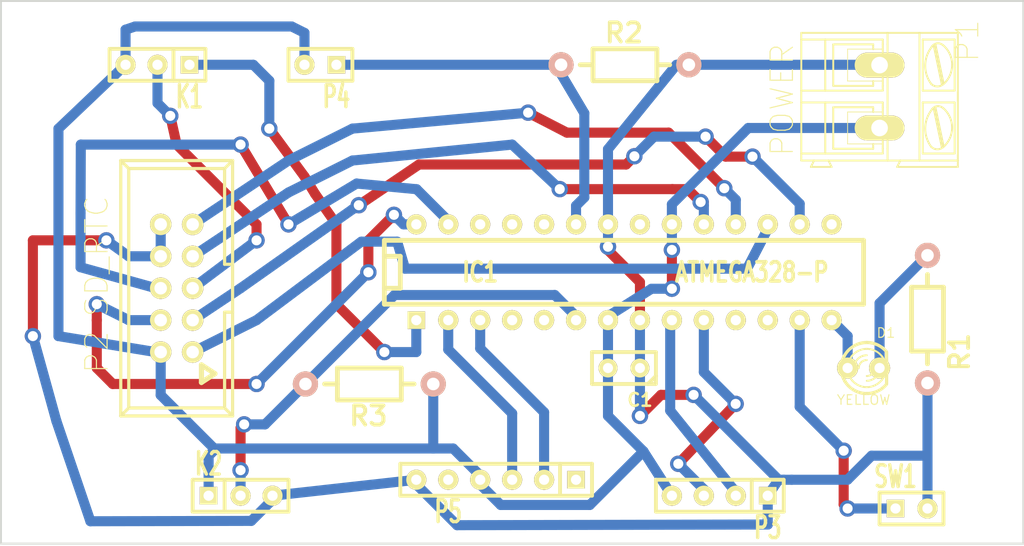
<source format=kicad_pcb>
(kicad_pcb (version 4) (host pcbnew "(2014-07-02 BZR 4969)-product")

  (general
    (links 40)
    (no_connects 0)
    (area 97.714999 102.794999 179.145001 146.546774)
    (thickness 1.6)
    (drawings 4)
    (tracks 225)
    (zones 0)
    (modules 14)
    (nets 31)
  )

  (page A4)
  (layers
    (0 F.Cu signal)
    (31 B.Cu signal)
    (33 F.Adhes user)
    (35 F.Paste user)
    (37 F.SilkS user)
    (39 F.Mask user)
    (40 Dwgs.User user)
    (41 Cmts.User user)
    (42 Eco1.User user)
    (43 Eco2.User user)
    (44 Edge.Cuts user)
    (45 Margin user)
  )

  (setup
    (last_trace_width 0.254)
    (trace_clearance 0.254)
    (zone_clearance 0.508)
    (zone_45_only no)
    (trace_min 0.254)
    (segment_width 0.2)
    (edge_width 0.15)
    (via_size 1.3)
    (via_drill 0.8)
    (via_min_size 0.889)
    (via_min_drill 0.508)
    (uvia_size 1.3)
    (uvia_drill 0.8)
    (uvias_allowed no)
    (uvia_min_size 0.508)
    (uvia_min_drill 0.127)
    (pcb_text_width 0.3)
    (pcb_text_size 1 1)
    (mod_edge_width 0.15)
    (mod_text_size 1 1)
    (mod_text_width 0.15)
    (pad_size 1.597 1.597)
    (pad_drill 0.8128)
    (pad_to_mask_clearance 0)
    (aux_axis_origin 0 0)
    (visible_elements FFFFFFFF)
    (pcbplotparams
      (layerselection 0x03020_80000001)
      (usegerberextensions true)
      (excludeedgelayer true)
      (linewidth 0.100000)
      (plotframeref false)
      (viasonmask false)
      (mode 1)
      (useauxorigin false)
      (hpglpennumber 1)
      (hpglpenspeed 20)
      (hpglpendiameter 15)
      (hpglpenoverlay 2)
      (psnegative false)
      (psa4output false)
      (plotreference true)
      (plotvalue true)
      (plotinvisibletext false)
      (padsonsilk false)
      (subtractmaskfromsilk false)
      (outputformat 1)
      (mirror false)
      (drillshape 0)
      (scaleselection 1)
      (outputdirectory plot/))
  )

  (net 0 "")
  (net 1 GND)
  (net 2 VCC)
  (net 3 "Net-(D1-Pad1)")
  (net 4 "Net-(D1-Pad2)")
  (net 5 /TX-BT)
  (net 6 /RX-BT)
  (net 7 "Net-(IC1-Pad4)")
  (net 8 "Net-(IC1-Pad5)")
  (net 9 /DHT22)
  (net 10 /RELAY1)
  (net 11 /RELAY2)
  (net 12 "Net-(IC1-Pad11)")
  (net 13 "Net-(IC1-Pad12)")
  (net 14 "Net-(IC1-Pad13)")
  (net 15 "Net-(IC1-Pad15)")
  (net 16 /SS-SD)
  (net 17 /MOSI-SD)
  (net 18 /MISO-SD)
  (net 19 /SCK-SD)
  (net 20 "Net-(IC1-Pad21)")
  (net 21 /LDR)
  (net 22 "Net-(IC1-Pad24)")
  (net 23 "Net-(IC1-Pad25)")
  (net 24 "Net-(IC1-Pad26)")
  (net 25 /SDA-RTC)
  (net 26 /SCL-RTC)
  (net 27 /RST)
  (net 28 "Net-(K1-Pad2)")
  (net 29 "Net-(P5-Pad1)")
  (net 30 "Net-(P5-Pad5)")

  (net_class Default "This is the default net class."
    (clearance 0.254)
    (trace_width 0.254)
    (via_dia 1.3)
    (via_drill 0.8)
    (uvia_dia 1.3)
    (uvia_drill 0.8)
  )

  (net_class custom ""
    (clearance 0.4)
    (trace_width 0.8)
    (via_dia 1.3)
    (via_drill 0.8)
    (uvia_dia 1.3)
    (uvia_drill 0.8)
    (add_net /DHT22)
    (add_net /LDR)
    (add_net /MISO-SD)
    (add_net /MOSI-SD)
    (add_net /RELAY1)
    (add_net /RELAY2)
    (add_net /RST)
    (add_net /RX-BT)
    (add_net /SCK-SD)
    (add_net /SCL-RTC)
    (add_net /SDA-RTC)
    (add_net /SS-SD)
    (add_net /TX-BT)
    (add_net GND)
    (add_net "Net-(D1-Pad1)")
    (add_net "Net-(D1-Pad2)")
    (add_net "Net-(IC1-Pad11)")
    (add_net "Net-(IC1-Pad12)")
    (add_net "Net-(IC1-Pad13)")
    (add_net "Net-(IC1-Pad15)")
    (add_net "Net-(IC1-Pad21)")
    (add_net "Net-(IC1-Pad24)")
    (add_net "Net-(IC1-Pad25)")
    (add_net "Net-(IC1-Pad26)")
    (add_net "Net-(IC1-Pad4)")
    (add_net "Net-(IC1-Pad5)")
    (add_net "Net-(K1-Pad2)")
    (add_net "Net-(P5-Pad1)")
    (add_net "Net-(P5-Pad5)")
    (add_net VCC)
  )

  (module Capacitors_ThroughHole:Capacitor3MMDiscRM2.5 (layer F.Cu) (tedit 53B76397) (tstamp 53B75F34)
    (at 147.32 132.08 180)
    (descr Capacitor3MMDiscRM2.5)
    (tags C)
    (path /53B4ACE7)
    (fp_text reference C1 (at -1.27 -2.54 180) (layer F.SilkS)
      (effects (font (size 1.016 1.016) (thickness 0.2032)))
    )
    (fp_text value C (at 1.27 -2.54 180) (layer F.SilkS) hide
      (effects (font (size 1.016 1.016) (thickness 0.2032)))
    )
    (fp_line (start -2.4892 -1.27) (end 2.54 -1.27) (layer F.SilkS) (width 0.3048))
    (fp_line (start 2.54 -1.27) (end 2.54 1.27) (layer F.SilkS) (width 0.3048))
    (fp_line (start 2.54 1.27) (end -2.54 1.27) (layer F.SilkS) (width 0.3048))
    (fp_line (start -2.54 1.27) (end -2.54 -1.27) (layer F.SilkS) (width 0.3048))
    (fp_line (start -2.54 -0.635) (end -1.905 -1.27) (layer F.SilkS) (width 0.3048))
    (pad 1 thru_hole circle (at -1.27 0 180) (size 1.50114 1.50114) (drill 0.8001) (layers *.Cu *.Mask F.SilkS)
      (net 1 GND))
    (pad 2 thru_hole circle (at 1.27 0 180) (size 1.50114 1.50114) (drill 0.8001) (layers *.Cu *.Mask F.SilkS)
      (net 2 VCC))
    (model discret/Capacitor/Capacitor3MMDiscRM2.5.wrl
      (at (xyz 0 0 0))
      (scale (xyz 1 1 1))
      (rotate (xyz 0 0 0))
    )
  )

  (module LEDs:LED-3MM (layer F.Cu) (tedit 53B75F1A) (tstamp 53B84616)
    (at 166.37 132.08)
    (descr "LED 3mm - Lead pitch 100mil (2,54mm)")
    (tags "LED led 3mm 3MM 100mil 2,54mm")
    (path /53B4B6FF)
    (fp_text reference D1 (at 1.778 -2.794) (layer F.SilkS)
      (effects (font (size 0.762 0.762) (thickness 0.0889)))
    )
    (fp_text value YELLOW (at 0 2.54) (layer F.SilkS)
      (effects (font (size 0.762 0.762) (thickness 0.0889)))
    )
    (fp_line (start 1.8288 1.27) (end 1.8288 -1.27) (layer F.SilkS) (width 0.254))
    (fp_arc (start 0.254 0) (end -1.27 0) (angle 39.8) (layer F.SilkS) (width 0.1524))
    (fp_arc (start 0.254 0) (end -0.88392 1.01092) (angle 41.6) (layer F.SilkS) (width 0.1524))
    (fp_arc (start 0.254 0) (end 1.4097 -0.9906) (angle 40.6) (layer F.SilkS) (width 0.1524))
    (fp_arc (start 0.254 0) (end 1.778 0) (angle 39.8) (layer F.SilkS) (width 0.1524))
    (fp_arc (start 0.254 0) (end 0.254 -1.524) (angle 54.4) (layer F.SilkS) (width 0.1524))
    (fp_arc (start 0.254 0) (end -0.9652 -0.9144) (angle 53.1) (layer F.SilkS) (width 0.1524))
    (fp_arc (start 0.254 0) (end 1.45542 0.93472) (angle 52.1) (layer F.SilkS) (width 0.1524))
    (fp_arc (start 0.254 0) (end 0.254 1.524) (angle 52.1) (layer F.SilkS) (width 0.1524))
    (fp_arc (start 0.254 0) (end -0.381 0) (angle 90) (layer F.SilkS) (width 0.1524))
    (fp_arc (start 0.254 0) (end -0.762 0) (angle 90) (layer F.SilkS) (width 0.1524))
    (fp_arc (start 0.254 0) (end 0.889 0) (angle 90) (layer F.SilkS) (width 0.1524))
    (fp_arc (start 0.254 0) (end 1.27 0) (angle 90) (layer F.SilkS) (width 0.1524))
    (fp_arc (start 0.254 0) (end 0.254 -2.032) (angle 50.1) (layer F.SilkS) (width 0.254))
    (fp_arc (start 0.254 0) (end -1.5367 -0.95504) (angle 61.9) (layer F.SilkS) (width 0.254))
    (fp_arc (start 0.254 0) (end 1.8034 1.31064) (angle 49.7) (layer F.SilkS) (width 0.254))
    (fp_arc (start 0.254 0) (end 0.254 2.032) (angle 60.2) (layer F.SilkS) (width 0.254))
    (fp_arc (start 0.254 0) (end -1.778 0) (angle 28.3) (layer F.SilkS) (width 0.254))
    (fp_arc (start 0.254 0) (end -1.47574 1.06426) (angle 31.6) (layer F.SilkS) (width 0.254))
    (pad 1 thru_hole circle (at -1.27 0) (size 1.6764 1.6764) (drill 0.8128) (layers *.Cu *.Mask F.SilkS)
      (net 3 "Net-(D1-Pad1)"))
    (pad 2 thru_hole circle (at 1.27 0) (size 1.6764 1.6764) (drill 0.8128) (layers *.Cu *.Mask F.SilkS)
      (net 4 "Net-(D1-Pad2)"))
    (model discret/leds/led3_vertical_verde.wrl
      (at (xyz 0 0 0))
      (scale (xyz 1 1 1))
      (rotate (xyz 0 0 0))
    )
  )

  (module Sockets_DIP:DIP-28__300 (layer F.Cu) (tedit 53B761F5) (tstamp 53B76425)
    (at 147.32 124.46)
    (descr "28 pins DIL package, round pads, width 300mil")
    (tags DIL)
    (path /53B4A8D6)
    (fp_text reference IC1 (at -11.43 0) (layer F.SilkS)
      (effects (font (size 1.524 1.143) (thickness 0.3048)))
    )
    (fp_text value ATMEGA328-P (at 10.16 0) (layer F.SilkS)
      (effects (font (size 1.524 1.143) (thickness 0.3048)))
    )
    (fp_line (start -19.05 -2.54) (end 19.05 -2.54) (layer F.SilkS) (width 0.381))
    (fp_line (start 19.05 -2.54) (end 19.05 2.54) (layer F.SilkS) (width 0.381))
    (fp_line (start 19.05 2.54) (end -19.05 2.54) (layer F.SilkS) (width 0.381))
    (fp_line (start -19.05 2.54) (end -19.05 -2.54) (layer F.SilkS) (width 0.381))
    (fp_line (start -19.05 -1.27) (end -17.78 -1.27) (layer F.SilkS) (width 0.381))
    (fp_line (start -17.78 -1.27) (end -17.78 1.27) (layer F.SilkS) (width 0.381))
    (fp_line (start -17.78 1.27) (end -19.05 1.27) (layer F.SilkS) (width 0.381))
    (pad 2 thru_hole circle (at -13.97 3.81) (size 1.597 1.597) (drill 0.8128) (layers *.Cu *.Mask F.SilkS)
      (net 5 /TX-BT))
    (pad 3 thru_hole circle (at -11.43 3.81) (size 1.597 1.597) (drill 0.8128) (layers *.Cu *.Mask F.SilkS)
      (net 6 /RX-BT))
    (pad 4 thru_hole circle (at -8.89 3.81) (size 1.597 1.597) (drill 0.8128) (layers *.Cu *.Mask F.SilkS)
      (net 7 "Net-(IC1-Pad4)"))
    (pad 5 thru_hole circle (at -6.35 3.81) (size 1.597 1.597) (drill 0.8128) (layers *.Cu *.Mask F.SilkS)
      (net 8 "Net-(IC1-Pad5)"))
    (pad 6 thru_hole circle (at -3.81 3.81) (size 1.597 1.597) (drill 0.8128) (layers *.Cu *.Mask F.SilkS)
      (net 9 /DHT22))
    (pad 7 thru_hole circle (at -1.27 3.81) (size 1.597 1.597) (drill 0.8128) (layers *.Cu *.Mask F.SilkS)
      (net 2 VCC))
    (pad 8 thru_hole circle (at 1.27 3.81) (size 1.597 1.597) (drill 0.8128) (layers *.Cu *.Mask F.SilkS)
      (net 1 GND))
    (pad 9 thru_hole circle (at 3.81 3.81) (size 1.597 1.597) (drill 0.8128) (layers *.Cu *.Mask F.SilkS)
      (net 10 /RELAY1))
    (pad 10 thru_hole circle (at 6.35 3.81) (size 1.597 1.597) (drill 0.8128) (layers *.Cu *.Mask F.SilkS)
      (net 11 /RELAY2))
    (pad 11 thru_hole circle (at 8.89 3.81) (size 1.597 1.597) (drill 0.8128) (layers *.Cu *.Mask F.SilkS)
      (net 12 "Net-(IC1-Pad11)"))
    (pad 12 thru_hole circle (at 11.43 3.81) (size 1.597 1.597) (drill 0.8128) (layers *.Cu *.Mask F.SilkS)
      (net 13 "Net-(IC1-Pad12)"))
    (pad 13 thru_hole circle (at 13.97 3.81) (size 1.597 1.597) (drill 0.8128) (layers *.Cu *.Mask F.SilkS)
      (net 14 "Net-(IC1-Pad13)"))
    (pad 14 thru_hole circle (at 16.51 3.81) (size 1.597 1.597) (drill 0.8128) (layers *.Cu *.Mask F.SilkS)
      (net 3 "Net-(D1-Pad1)"))
    (pad 1 thru_hole rect (at -16.51 3.81) (size 1.397 1.397) (drill 0.8128) (layers *.Cu *.Mask F.SilkS)
      (net 27 /RST))
    (pad 15 thru_hole circle (at 16.51 -3.81) (size 1.597 1.597) (drill 0.8128) (layers *.Cu *.Mask F.SilkS)
      (net 15 "Net-(IC1-Pad15)"))
    (pad 16 thru_hole circle (at 13.97 -3.81) (size 1.597 1.597) (drill 0.8128) (layers *.Cu *.Mask F.SilkS)
      (net 16 /SS-SD))
    (pad 17 thru_hole circle (at 11.43 -3.81) (size 1.597 1.597) (drill 0.8128) (layers *.Cu *.Mask F.SilkS)
      (net 17 /MOSI-SD))
    (pad 18 thru_hole circle (at 8.89 -3.81) (size 1.597 1.597) (drill 0.8128) (layers *.Cu *.Mask F.SilkS)
      (net 18 /MISO-SD))
    (pad 19 thru_hole circle (at 6.35 -3.81) (size 1.597 1.597) (drill 0.8128) (layers *.Cu *.Mask F.SilkS)
      (net 19 /SCK-SD))
    (pad 20 thru_hole circle (at 3.81 -3.81) (size 1.597 1.597) (drill 0.8128) (layers *.Cu *.Mask F.SilkS)
      (net 2 VCC))
    (pad 21 thru_hole circle (at 1.27 -3.81) (size 1.597 1.597) (drill 0.8128) (layers *.Cu *.Mask F.SilkS)
      (net 20 "Net-(IC1-Pad21)"))
    (pad 22 thru_hole circle (at -1.27 -3.81) (size 1.597 1.597) (drill 0.8128) (layers *.Cu *.Mask F.SilkS)
      (net 1 GND))
    (pad 23 thru_hole circle (at -3.81 -3.81) (size 1.597 1.597) (drill 0.8128) (layers *.Cu *.Mask F.SilkS)
      (net 21 /LDR))
    (pad 24 thru_hole circle (at -6.35 -3.81) (size 1.597 1.597) (drill 0.8128) (layers *.Cu *.Mask F.SilkS)
      (net 22 "Net-(IC1-Pad24)"))
    (pad 25 thru_hole circle (at -8.89 -3.81) (size 1.597 1.597) (drill 0.8128) (layers *.Cu *.Mask F.SilkS)
      (net 23 "Net-(IC1-Pad25)"))
    (pad 26 thru_hole circle (at -11.43 -3.81) (size 1.597 1.597) (drill 0.8128) (layers *.Cu *.Mask F.SilkS)
      (net 24 "Net-(IC1-Pad26)"))
    (pad 27 thru_hole circle (at -13.97 -3.81) (size 1.597 1.597) (drill 0.8128) (layers *.Cu *.Mask F.SilkS)
      (net 25 /SDA-RTC))
    (pad 28 thru_hole circle (at -16.51 -3.81) (size 1.597 1.597) (drill 0.8128) (layers *.Cu *.Mask F.SilkS)
      (net 26 /SCL-RTC))
    (model dil/dil_28-w300.wrl
      (at (xyz 0 0 0))
      (scale (xyz 1 1 1))
      (rotate (xyz 0 0 0))
    )
  )

  (module Connect:SIL-3 (layer F.Cu) (tedit 53B85414) (tstamp 53B84EEA)
    (at 110.236 107.95 180)
    (descr "Connecteur 3 pins")
    (tags "CONN DEV")
    (path /53B75D0B)
    (fp_text reference K1 (at -2.54 -2.54 180) (layer F.SilkS)
      (effects (font (size 1.7907 1.07696) (thickness 0.3048)))
    )
    (fp_text value SW_IPS (at 1.27 -2.54 180) (layer F.SilkS) hide
      (effects (font (size 1.524 1.016) (thickness 0.3048)))
    )
    (fp_line (start -3.81 1.27) (end -3.81 -1.27) (layer F.SilkS) (width 0.3048))
    (fp_line (start -3.81 -1.27) (end 3.81 -1.27) (layer F.SilkS) (width 0.3048))
    (fp_line (start 3.81 -1.27) (end 3.81 1.27) (layer F.SilkS) (width 0.3048))
    (fp_line (start 3.81 1.27) (end -3.81 1.27) (layer F.SilkS) (width 0.3048))
    (fp_line (start -1.27 -1.27) (end -1.27 1.27) (layer F.SilkS) (width 0.3048))
    (pad 1 thru_hole rect (at -2.54 0 180) (size 1.397 1.397) (drill 0.8128) (layers *.Cu *.Mask F.SilkS)
      (net 27 /RST))
    (pad 2 thru_hole circle (at 0 0 180) (size 1.597 1.597) (drill 0.8128) (layers *.Cu *.Mask F.SilkS)
      (net 28 "Net-(K1-Pad2)"))
    (pad 3 thru_hole circle (at 2.54 0 180) (size 1.597 1.597) (drill 0.8128) (layers *.Cu *.Mask F.SilkS)
      (net 2 VCC))
  )

  (module Connect:SIL-3 (layer F.Cu) (tedit 53B763A8) (tstamp 53B768C0)
    (at 116.84 142.24)
    (descr "Connecteur 3 pins")
    (tags "CONN DEV")
    (path /53B4C3F1)
    (fp_text reference K2 (at -2.54 -2.54) (layer F.SilkS)
      (effects (font (size 1.7907 1.07696) (thickness 0.3048)))
    )
    (fp_text value DHT22 (at 1.27 -2.54) (layer F.SilkS) hide
      (effects (font (size 1.524 1.016) (thickness 0.3048)))
    )
    (fp_line (start -3.81 1.27) (end -3.81 -1.27) (layer F.SilkS) (width 0.3048))
    (fp_line (start -3.81 -1.27) (end 3.81 -1.27) (layer F.SilkS) (width 0.3048))
    (fp_line (start 3.81 -1.27) (end 3.81 1.27) (layer F.SilkS) (width 0.3048))
    (fp_line (start 3.81 1.27) (end -3.81 1.27) (layer F.SilkS) (width 0.3048))
    (fp_line (start -1.27 -1.27) (end -1.27 1.27) (layer F.SilkS) (width 0.3048))
    (pad 1 thru_hole rect (at -2.54 0) (size 1.397 1.397) (drill 0.8128) (layers *.Cu *.Mask F.SilkS)
      (net 2 VCC))
    (pad 2 thru_hole circle (at 0 0) (size 1.597 1.597) (drill 0.8128) (layers *.Cu *.Mask F.SilkS)
      (net 9 /DHT22))
    (pad 3 thru_hole circle (at 2.54 0) (size 1.597 1.597) (drill 0.8128) (layers *.Cu *.Mask F.SilkS)
      (net 1 GND))
  )

  (module Connect:AK300-2 (layer F.Cu) (tedit 53B75F1A) (tstamp 53B76A5B)
    (at 167.64 110.49 270)
    (descr CONNECTOR)
    (tags CONNECTOR)
    (path /53B4B248)
    (attr virtual)
    (fp_text reference P1 (at -4.445 -6.985 270) (layer F.SilkS)
      (effects (font (size 1.778 1.778) (thickness 0.0889)))
    )
    (fp_text value POWER (at 0.254 7.747 270) (layer F.SilkS)
      (effects (font (size 1.778 1.778) (thickness 0.0889)))
    )
    (fp_line (start -3.7846 2.54) (end -1.2446 2.54) (layer F.SilkS) (width 0.06604))
    (fp_line (start -1.2446 2.54) (end -1.2446 -0.254) (layer F.SilkS) (width 0.06604))
    (fp_line (start -3.7846 -0.254) (end -1.2446 -0.254) (layer F.SilkS) (width 0.06604))
    (fp_line (start -3.7846 2.54) (end -3.7846 -0.254) (layer F.SilkS) (width 0.06604))
    (fp_line (start 1.2192 2.54) (end 3.7592 2.54) (layer F.SilkS) (width 0.06604))
    (fp_line (start 3.7592 2.54) (end 3.7592 -0.254) (layer F.SilkS) (width 0.06604))
    (fp_line (start 1.2192 -0.254) (end 3.7592 -0.254) (layer F.SilkS) (width 0.06604))
    (fp_line (start 1.2192 2.54) (end 1.2192 -0.254) (layer F.SilkS) (width 0.06604))
    (fp_line (start 5.08 -6.223) (end 5.08 -3.175) (layer F.SilkS) (width 0.1524))
    (fp_line (start 5.08 -6.223) (end -5.08 -6.223) (layer F.SilkS) (width 0.1524))
    (fp_line (start 5.08 -6.223) (end 5.588 -6.223) (layer F.SilkS) (width 0.1524))
    (fp_line (start 5.588 -6.223) (end 5.588 -1.397) (layer F.SilkS) (width 0.1524))
    (fp_line (start 5.588 -1.397) (end 5.08 -1.651) (layer F.SilkS) (width 0.1524))
    (fp_line (start 5.588 5.461) (end 5.08 5.207) (layer F.SilkS) (width 0.1524))
    (fp_line (start 5.08 5.207) (end 5.08 6.223) (layer F.SilkS) (width 0.1524))
    (fp_line (start 5.588 3.81) (end 5.08 4.064) (layer F.SilkS) (width 0.1524))
    (fp_line (start 5.08 4.064) (end 5.08 5.207) (layer F.SilkS) (width 0.1524))
    (fp_line (start 5.588 3.81) (end 5.588 5.461) (layer F.SilkS) (width 0.1524))
    (fp_line (start 0.4572 6.223) (end 0.4572 4.318) (layer F.SilkS) (width 0.1524))
    (fp_line (start 4.5212 -0.254) (end 4.5212 4.318) (layer F.SilkS) (width 0.1524))
    (fp_line (start 0.4572 6.223) (end 4.5212 6.223) (layer F.SilkS) (width 0.1524))
    (fp_line (start 4.5212 6.223) (end 5.08 6.223) (layer F.SilkS) (width 0.1524))
    (fp_line (start -0.4826 6.223) (end -0.4826 4.318) (layer F.SilkS) (width 0.1524))
    (fp_line (start -0.4826 6.223) (end 0.4572 6.223) (layer F.SilkS) (width 0.1524))
    (fp_line (start -4.5466 -0.254) (end -4.5466 4.318) (layer F.SilkS) (width 0.1524))
    (fp_line (start -5.08 6.223) (end -4.5466 6.223) (layer F.SilkS) (width 0.1524))
    (fp_line (start -4.5466 6.223) (end -0.4826 6.223) (layer F.SilkS) (width 0.1524))
    (fp_line (start 0.4572 4.318) (end 4.5212 4.318) (layer F.SilkS) (width 0.1524))
    (fp_line (start 0.4572 4.318) (end 0.4572 -0.254) (layer F.SilkS) (width 0.1524))
    (fp_line (start 4.5212 4.318) (end 4.5212 6.223) (layer F.SilkS) (width 0.1524))
    (fp_line (start -0.4826 4.318) (end -4.5466 4.318) (layer F.SilkS) (width 0.1524))
    (fp_line (start -0.4826 4.318) (end -0.4826 -0.254) (layer F.SilkS) (width 0.1524))
    (fp_line (start -4.5466 4.318) (end -4.5466 6.223) (layer F.SilkS) (width 0.1524))
    (fp_line (start 4.1402 3.683) (end 4.1402 0.508) (layer F.SilkS) (width 0.1524))
    (fp_line (start 4.1402 3.683) (end 0.8382 3.683) (layer F.SilkS) (width 0.1524))
    (fp_line (start 0.8382 3.683) (end 0.8382 0.508) (layer F.SilkS) (width 0.1524))
    (fp_line (start -0.8636 3.683) (end -0.8636 0.508) (layer F.SilkS) (width 0.1524))
    (fp_line (start -0.8636 3.683) (end -4.1656 3.683) (layer F.SilkS) (width 0.1524))
    (fp_line (start -4.1656 3.683) (end -4.1656 0.508) (layer F.SilkS) (width 0.1524))
    (fp_line (start -4.1656 0.508) (end -3.7846 0.508) (layer F.SilkS) (width 0.1524))
    (fp_line (start -0.8636 0.508) (end -1.2446 0.508) (layer F.SilkS) (width 0.1524))
    (fp_line (start 0.8382 0.508) (end 1.2192 0.508) (layer F.SilkS) (width 0.1524))
    (fp_line (start 4.1402 0.508) (end 3.7592 0.508) (layer F.SilkS) (width 0.1524))
    (fp_line (start -5.08 6.223) (end -5.08 -0.635) (layer F.SilkS) (width 0.1524))
    (fp_line (start -5.08 -0.635) (end -5.08 -3.175) (layer F.SilkS) (width 0.1524))
    (fp_line (start 5.08 -1.651) (end 5.08 -0.635) (layer F.SilkS) (width 0.1524))
    (fp_line (start 5.08 -0.635) (end 5.08 4.064) (layer F.SilkS) (width 0.1524))
    (fp_line (start -5.08 -3.175) (end 5.08 -3.175) (layer F.SilkS) (width 0.1524))
    (fp_line (start -5.08 -3.175) (end -5.08 -6.223) (layer F.SilkS) (width 0.1524))
    (fp_line (start 5.08 -3.175) (end 5.08 -1.651) (layer F.SilkS) (width 0.1524))
    (fp_line (start 0.4572 -3.429) (end 0.4572 -5.969) (layer F.SilkS) (width 0.1524))
    (fp_line (start 0.4572 -5.969) (end 4.5212 -5.969) (layer F.SilkS) (width 0.1524))
    (fp_line (start 4.5212 -5.969) (end 4.5212 -3.429) (layer F.SilkS) (width 0.1524))
    (fp_line (start 4.5212 -3.429) (end 0.4572 -3.429) (layer F.SilkS) (width 0.1524))
    (fp_line (start -0.4826 -3.429) (end -0.4826 -5.969) (layer F.SilkS) (width 0.1524))
    (fp_line (start -0.4826 -3.429) (end -4.5466 -3.429) (layer F.SilkS) (width 0.1524))
    (fp_line (start -4.5466 -3.429) (end -4.5466 -5.969) (layer F.SilkS) (width 0.1524))
    (fp_line (start -0.4826 -5.969) (end -4.5466 -5.969) (layer F.SilkS) (width 0.1524))
    (fp_line (start 0.8636 -4.445) (end 3.9116 -5.08) (layer F.SilkS) (width 0.1524))
    (fp_line (start 0.9906 -4.318) (end 4.0386 -4.953) (layer F.SilkS) (width 0.1524))
    (fp_line (start -4.1402 -4.445) (end -1.08966 -5.08) (layer F.SilkS) (width 0.1524))
    (fp_line (start -4.0132 -4.318) (end -0.9652 -4.953) (layer F.SilkS) (width 0.1524))
    (fp_line (start -4.5466 -0.254) (end -4.1656 -0.254) (layer F.SilkS) (width 0.1524))
    (fp_line (start -0.4826 -0.254) (end -0.8636 -0.254) (layer F.SilkS) (width 0.1524))
    (fp_line (start -0.8636 -0.254) (end -4.1656 -0.254) (layer F.SilkS) (width 0.1524))
    (fp_line (start -5.08 -0.635) (end -4.1656 -0.635) (layer F.SilkS) (width 0.1524))
    (fp_line (start -4.1656 -0.635) (end -0.8636 -0.635) (layer F.SilkS) (width 0.1524))
    (fp_line (start -0.8636 -0.635) (end 0.8382 -0.635) (layer F.SilkS) (width 0.1524))
    (fp_line (start 5.08 -0.635) (end 4.1402 -0.635) (layer F.SilkS) (width 0.1524))
    (fp_line (start 4.1402 -0.635) (end 0.8382 -0.635) (layer F.SilkS) (width 0.1524))
    (fp_line (start 4.5212 -0.254) (end 4.1402 -0.254) (layer F.SilkS) (width 0.1524))
    (fp_line (start 0.4572 -0.254) (end 0.8382 -0.254) (layer F.SilkS) (width 0.1524))
    (fp_line (start 0.8382 -0.254) (end 4.1402 -0.254) (layer F.SilkS) (width 0.1524))
    (fp_arc (start 3.5052 -4.59486) (end 4.01066 -5.05206) (angle 90.5) (layer F.SilkS) (width 0.1524))
    (fp_arc (start 2.54 -6.0706) (end 4.00304 -4.11734) (angle 75.5) (layer F.SilkS) (width 0.1524))
    (fp_arc (start 2.46126 -3.7084) (end 0.8636 -5.0038) (angle 100) (layer F.SilkS) (width 0.1524))
    (fp_arc (start 1.3462 -4.64566) (end 1.05664 -4.1275) (angle 104.2) (layer F.SilkS) (width 0.1524))
    (fp_arc (start -1.4986 -4.59486) (end -0.9906 -5.05206) (angle 90.5) (layer F.SilkS) (width 0.1524))
    (fp_arc (start -2.46126 -6.0706) (end -0.99822 -4.11734) (angle 75.5) (layer F.SilkS) (width 0.1524))
    (fp_arc (start -2.53746 -3.7084) (end -4.1402 -5.0038) (angle 100) (layer F.SilkS) (width 0.1524))
    (fp_arc (start -3.6576 -4.64566) (end -3.94462 -4.1275) (angle 104.2) (layer F.SilkS) (width 0.1524))
    (pad 1 thru_hole oval (at -2.5146 0 270) (size 1.9812 3.9624) (drill 1.3208) (layers *.Cu F.Paste F.SilkS F.Mask)
      (net 1 GND))
    (pad 2 thru_hole oval (at 2.4892 0 270) (size 1.9812 3.9624) (drill 1.3208) (layers *.Cu F.Paste F.SilkS F.Mask)
      (net 2 VCC))
  )

  (module Connect:VASCH5x2 (layer F.Cu) (tedit 53B768B7) (tstamp 53B768E1)
    (at 111.76 125.73 90)
    (descr CONNECTOR)
    (tags CONNECTOR)
    (path /53B4DC46)
    (attr virtual)
    (fp_text reference P2 (at -5.08 -6.35 90) (layer F.SilkS)
      (effects (font (size 1.778 1.778) (thickness 0.0889)))
    )
    (fp_text value SD_RTC (at 2.54 -6.35 90) (layer F.SilkS)
      (effects (font (size 1.778 1.778) (thickness 0.0889)))
    )
    (fp_line (start -9.525 -3.81) (end -10.16 -4.445) (layer F.SilkS) (width 0.254))
    (fp_line (start -9.525 3.81) (end -10.16 4.445) (layer F.SilkS) (width 0.254))
    (fp_line (start 9.525 3.81) (end 10.16 4.445) (layer F.SilkS) (width 0.254))
    (fp_line (start 9.525 -3.81) (end 10.16 -4.445) (layer F.SilkS) (width 0.254))
    (fp_line (start 1.905 4.445) (end 1.905 3.81) (layer F.SilkS) (width 0.254))
    (fp_line (start 1.905 3.81) (end 9.525 3.81) (layer F.SilkS) (width 0.254))
    (fp_line (start 9.525 3.81) (end 9.525 -3.81) (layer F.SilkS) (width 0.254))
    (fp_line (start 9.525 -3.81) (end -9.525 -3.81) (layer F.SilkS) (width 0.254))
    (fp_line (start -9.525 -3.81) (end -9.525 3.81) (layer F.SilkS) (width 0.254))
    (fp_line (start -9.525 3.81) (end -1.905 3.81) (layer F.SilkS) (width 0.254))
    (fp_line (start -1.905 3.81) (end -1.905 4.445) (layer F.SilkS) (width 0.254))
    (fp_line (start -10.16 4.445) (end 10.16 4.445) (layer F.SilkS) (width 0.254))
    (fp_line (start 10.16 -4.445) (end -10.16 -4.445) (layer F.SilkS) (width 0.254))
    (fp_line (start -10.16 -4.445) (end -10.16 4.445) (layer F.SilkS) (width 0.254))
    (fp_line (start 10.16 -4.445) (end 10.16 4.445) (layer F.SilkS) (width 0.254))
    (fp_line (start -7.49808 1.9685) (end -6.79958 3.03784) (layer F.SilkS) (width 0.4064))
    (fp_line (start -6.79958 3.03784) (end -6.09854 1.9685) (layer F.SilkS) (width 0.4064))
    (fp_line (start -6.09854 1.9685) (end -7.49808 1.9685) (layer F.SilkS) (width 0.4064))
    (pad 1 thru_hole circle (at -5.08 1.27 90) (size 1.70622 1.70622) (drill 0.99822) (layers *.Cu F.Paste F.SilkS F.Mask)
      (net 17 /MOSI-SD))
    (pad 2 thru_hole circle (at -5.08 -1.27 90) (size 1.70622 1.70622) (drill 0.99822) (layers *.Cu F.Paste F.SilkS F.Mask)
      (net 2 VCC))
    (pad 3 thru_hole circle (at -2.54 1.27 90) (size 1.70622 1.70622) (drill 0.99822) (layers *.Cu F.Paste F.SilkS F.Mask)
      (net 16 /SS-SD))
    (pad 4 thru_hole circle (at -2.54 -1.27 90) (size 1.70622 1.70622) (drill 0.99822) (layers *.Cu F.Paste F.SilkS F.Mask)
      (net 26 /SCL-RTC))
    (pad 5 thru_hole circle (at 0 1.27 90) (size 1.70622 1.70622) (drill 0.99822) (layers *.Cu F.Paste F.SilkS F.Mask)
      (net 28 "Net-(K1-Pad2)"))
    (pad 6 thru_hole circle (at 0 -1.27 90) (size 1.70622 1.70622) (drill 0.99822) (layers *.Cu F.Paste F.SilkS F.Mask)
      (net 25 /SDA-RTC))
    (pad 7 thru_hole circle (at 2.54 1.27 90) (size 1.70622 1.70622) (drill 0.99822) (layers *.Cu F.Paste F.SilkS F.Mask)
      (net 19 /SCK-SD))
    (pad 8 thru_hole circle (at 2.54 -1.27 90) (size 1.70622 1.70622) (drill 0.99822) (layers *.Cu F.Paste F.SilkS F.Mask)
      (net 1 GND))
    (pad 9 thru_hole circle (at 5.08 1.27 90) (size 1.70622 1.70622) (drill 0.99822) (layers *.Cu F.Paste F.SilkS F.Mask)
      (net 18 /MISO-SD))
    (pad 10 thru_hole circle (at 5.08 -1.27 90) (size 1.70622 1.70622) (drill 0.99822) (layers *.Cu F.Paste F.SilkS F.Mask)
      (net 1 GND))
  )

  (module Connect:SIL-4 (layer F.Cu) (tedit 53B76284) (tstamp 53B75F84)
    (at 154.94 142.24 180)
    (descr "Connecteur 4 pibs")
    (tags "CONN DEV")
    (path /53B4BD43)
    (fp_text reference P3 (at -3.81 -2.54 180) (layer F.SilkS)
      (effects (font (size 1.73482 1.08712) (thickness 0.3048)))
    )
    (fp_text value RELAYS (at 1.27 -2.54 180) (layer F.SilkS) hide
      (effects (font (size 1.524 1.016) (thickness 0.3048)))
    )
    (fp_line (start -5.08 -1.27) (end -5.08 -1.27) (layer F.SilkS) (width 0.3048))
    (fp_line (start -5.08 1.27) (end -5.08 -1.27) (layer F.SilkS) (width 0.3048))
    (fp_line (start -5.08 -1.27) (end -5.08 -1.27) (layer F.SilkS) (width 0.3048))
    (fp_line (start -5.08 -1.27) (end 5.08 -1.27) (layer F.SilkS) (width 0.3048))
    (fp_line (start 5.08 -1.27) (end 5.08 1.27) (layer F.SilkS) (width 0.3048))
    (fp_line (start 5.08 1.27) (end -5.08 1.27) (layer F.SilkS) (width 0.3048))
    (fp_line (start -2.54 1.27) (end -2.54 -1.27) (layer F.SilkS) (width 0.3048))
    (pad 1 thru_hole rect (at -3.81 0 180) (size 1.397 1.397) (drill 0.8128) (layers *.Cu *.Mask F.SilkS)
      (net 1 GND))
    (pad 2 thru_hole circle (at -1.27 0 180) (size 1.597 1.597) (drill 0.8128) (layers *.Cu *.Mask F.SilkS)
      (net 10 /RELAY1))
    (pad 3 thru_hole circle (at 1.27 0 180) (size 1.597 1.597) (drill 0.8128) (layers *.Cu *.Mask F.SilkS)
      (net 11 /RELAY2))
    (pad 4 thru_hole circle (at 3.81 0 180) (size 1.597 1.597) (drill 0.8128) (layers *.Cu *.Mask F.SilkS)
      (net 2 VCC))
  )

  (module Connect:SIL-2 (layer F.Cu) (tedit 53B76226) (tstamp 53B84D6B)
    (at 123.19 107.95 180)
    (descr "Connecteurs 2 pins")
    (tags "CONN DEV")
    (path /53B4D113)
    (fp_text reference P4 (at -1.27 -2.54 180) (layer F.SilkS)
      (effects (font (size 1.72974 1.08712) (thickness 0.3048)))
    )
    (fp_text value LDR (at 1.27 -2.54 180) (layer F.SilkS) hide
      (effects (font (size 1.524 1.016) (thickness 0.3048)))
    )
    (fp_line (start -2.54 1.27) (end -2.54 -1.27) (layer F.SilkS) (width 0.3048))
    (fp_line (start -2.54 -1.27) (end 2.54 -1.27) (layer F.SilkS) (width 0.3048))
    (fp_line (start 2.54 -1.27) (end 2.54 1.27) (layer F.SilkS) (width 0.3048))
    (fp_line (start 2.54 1.27) (end -2.54 1.27) (layer F.SilkS) (width 0.3048))
    (pad 1 thru_hole rect (at -1.27 0 180) (size 1.397 1.397) (drill 0.8128) (layers *.Cu *.Mask F.SilkS)
      (net 21 /LDR))
    (pad 2 thru_hole circle (at 1.27 0 180) (size 1.597 1.597) (drill 0.8128) (layers *.Cu *.Mask F.SilkS)
      (net 2 VCC))
  )

  (module Connect:SIL-6 (layer F.Cu) (tedit 53B7625D) (tstamp 53B75F94)
    (at 137.16 140.97 180)
    (descr "Connecteur 6 pins")
    (tags "CONN DEV")
    (path /53B77D64)
    (fp_text reference P5 (at 3.81 -2.54 180) (layer F.SilkS)
      (effects (font (size 1.72974 1.08712) (thickness 0.3048)))
    )
    (fp_text value RS232 (at -1.27 -2.54 180) (layer F.SilkS) hide
      (effects (font (size 1.524 1.016) (thickness 0.3048)))
    )
    (fp_line (start -7.62 1.27) (end -7.62 -1.27) (layer F.SilkS) (width 0.3048))
    (fp_line (start -7.62 -1.27) (end 7.62 -1.27) (layer F.SilkS) (width 0.3048))
    (fp_line (start 7.62 -1.27) (end 7.62 1.27) (layer F.SilkS) (width 0.3048))
    (fp_line (start 7.62 1.27) (end -7.62 1.27) (layer F.SilkS) (width 0.3048))
    (fp_line (start -5.08 1.27) (end -5.08 -1.27) (layer F.SilkS) (width 0.3048))
    (pad 1 thru_hole rect (at -6.35 0 180) (size 1.397 1.397) (drill 0.8128) (layers *.Cu *.Mask F.SilkS)
      (net 29 "Net-(P5-Pad1)"))
    (pad 2 thru_hole circle (at -3.81 0 180) (size 1.597 1.597) (drill 0.8128) (layers *.Cu *.Mask F.SilkS)
      (net 6 /RX-BT))
    (pad 3 thru_hole circle (at -1.27 0 180) (size 1.597 1.597) (drill 0.8128) (layers *.Cu *.Mask F.SilkS)
      (net 5 /TX-BT))
    (pad 4 thru_hole circle (at 1.27 0 180) (size 1.597 1.597) (drill 0.8128) (layers *.Cu *.Mask F.SilkS)
      (net 2 VCC))
    (pad 5 thru_hole circle (at 3.81 0 180) (size 1.597 1.597) (drill 0.8128) (layers *.Cu *.Mask F.SilkS)
      (net 30 "Net-(P5-Pad5)"))
    (pad 6 thru_hole circle (at 6.35 0 180) (size 1.597 1.597) (drill 0.8128) (layers *.Cu *.Mask F.SilkS)
      (net 1 GND))
  )

  (module Resistors_ThroughHole:Resistor_Horizontal_RM10mm (layer F.Cu) (tedit 53B7601A) (tstamp 53B75F9A)
    (at 171.45 128.27 90)
    (descr "Resistor, Axial,  RM 10mm, 1/3W,")
    (tags "Resistor, Axial, RM 10mm, 1/3W,")
    (path /53B4B74B)
    (fp_text reference R1 (at -2.54 2.54 90) (layer F.SilkS)
      (effects (font (thickness 0.3048)))
    )
    (fp_text value 330R (at 2.54 2.54 90) (layer F.SilkS) hide
      (effects (font (size 1.50114 1.50114) (thickness 0.20066)))
    )
    (fp_line (start -2.46126 0) (end -3.47726 0) (layer F.SilkS) (width 0.381))
    (fp_line (start 2.61874 0) (end 3.63474 0) (layer F.SilkS) (width 0.381))
    (fp_line (start -2.46126 -1.27) (end 2.61874 -1.27) (layer F.SilkS) (width 0.381))
    (fp_line (start 2.61874 -1.27) (end 2.61874 1.27) (layer F.SilkS) (width 0.381))
    (fp_line (start 2.61874 1.27) (end -2.46126 1.27) (layer F.SilkS) (width 0.381))
    (fp_line (start -2.46126 1.27) (end -2.46126 -1.27) (layer F.SilkS) (width 0.381))
    (pad 1 thru_hole circle (at -5.00126 0 90) (size 1.99898 1.99898) (drill 1.00076) (layers *.Cu *.SilkS *.Mask)
      (net 1 GND))
    (pad 2 thru_hole circle (at 5.15874 0 90) (size 1.99898 1.99898) (drill 1.00076) (layers *.Cu *.SilkS *.Mask)
      (net 4 "Net-(D1-Pad2)"))
  )

  (module Resistors_ThroughHole:Resistor_Horizontal_RM10mm (layer F.Cu) (tedit 53B763B8) (tstamp 53B842FC)
    (at 147.32 107.95)
    (descr "Resistor, Axial,  RM 10mm, 1/3W,")
    (tags "Resistor, Axial, RM 10mm, 1/3W,")
    (path /53B4D572)
    (fp_text reference R2 (at 0 -2.54) (layer F.SilkS)
      (effects (font (thickness 0.3048)))
    )
    (fp_text value 10K (at 0 0) (layer F.SilkS) hide
      (effects (font (size 1.50114 1.50114) (thickness 0.20066)))
    )
    (fp_line (start -2.46126 0) (end -3.47726 0) (layer F.SilkS) (width 0.381))
    (fp_line (start 2.61874 0) (end 3.63474 0) (layer F.SilkS) (width 0.381))
    (fp_line (start -2.46126 -1.27) (end 2.61874 -1.27) (layer F.SilkS) (width 0.381))
    (fp_line (start 2.61874 -1.27) (end 2.61874 1.27) (layer F.SilkS) (width 0.381))
    (fp_line (start 2.61874 1.27) (end -2.46126 1.27) (layer F.SilkS) (width 0.381))
    (fp_line (start -2.46126 1.27) (end -2.46126 -1.27) (layer F.SilkS) (width 0.381))
    (pad 1 thru_hole circle (at -5.00126 0) (size 1.99898 1.99898) (drill 1.00076) (layers *.Cu *.SilkS *.Mask)
      (net 21 /LDR))
    (pad 2 thru_hole circle (at 5.15874 0) (size 1.99898 1.99898) (drill 1.00076) (layers *.Cu *.SilkS *.Mask)
      (net 1 GND))
  )

  (module Resistors_ThroughHole:Resistor_Horizontal_RM10mm (layer F.Cu) (tedit 53B7639D) (tstamp 53B75FA6)
    (at 127 133.35)
    (descr "Resistor, Axial,  RM 10mm, 1/3W,")
    (tags "Resistor, Axial, RM 10mm, 1/3W,")
    (path /53B4C757)
    (fp_text reference R3 (at 0 2.54) (layer F.SilkS)
      (effects (font (thickness 0.3048)))
    )
    (fp_text value 10K (at 0 0) (layer F.SilkS) hide
      (effects (font (size 1.50114 1.50114) (thickness 0.20066)))
    )
    (fp_line (start -2.46126 0) (end -3.47726 0) (layer F.SilkS) (width 0.381))
    (fp_line (start 2.61874 0) (end 3.63474 0) (layer F.SilkS) (width 0.381))
    (fp_line (start -2.46126 -1.27) (end 2.61874 -1.27) (layer F.SilkS) (width 0.381))
    (fp_line (start 2.61874 -1.27) (end 2.61874 1.27) (layer F.SilkS) (width 0.381))
    (fp_line (start 2.61874 1.27) (end -2.46126 1.27) (layer F.SilkS) (width 0.381))
    (fp_line (start -2.46126 1.27) (end -2.46126 -1.27) (layer F.SilkS) (width 0.381))
    (pad 1 thru_hole circle (at -5.00126 0) (size 1.99898 1.99898) (drill 1.00076) (layers *.Cu *.SilkS *.Mask)
      (net 9 /DHT22))
    (pad 2 thru_hole circle (at 5.15874 0) (size 1.99898 1.99898) (drill 1.00076) (layers *.Cu *.SilkS *.Mask)
      (net 2 VCC))
  )

  (module Connect:SIL-2 (layer F.Cu) (tedit 53B76719) (tstamp 53B76473)
    (at 170.18 143.256)
    (descr "Connecteurs 2 pins")
    (tags "CONN DEV")
    (path /53B4BA8E)
    (fp_text reference SW1 (at -1.27 -2.54) (layer F.SilkS)
      (effects (font (size 1.72974 1.08712) (thickness 0.3048)))
    )
    (fp_text value PUSH (at 2.54 -2.54) (layer F.SilkS) hide
      (effects (font (size 1.524 1.016) (thickness 0.3048)))
    )
    (fp_line (start -2.54 1.27) (end -2.54 -1.27) (layer F.SilkS) (width 0.3048))
    (fp_line (start -2.54 -1.27) (end 2.54 -1.27) (layer F.SilkS) (width 0.3048))
    (fp_line (start 2.54 -1.27) (end 2.54 1.27) (layer F.SilkS) (width 0.3048))
    (fp_line (start 2.54 1.27) (end -2.54 1.27) (layer F.SilkS) (width 0.3048))
    (pad 1 thru_hole rect (at -1.27 0) (size 1.397 1.397) (drill 0.8128) (layers *.Cu *.Mask F.SilkS)
      (net 14 "Net-(IC1-Pad13)"))
    (pad 2 thru_hole circle (at 1.27 0) (size 1.597 1.597) (drill 0.8128) (layers *.Cu *.Mask F.SilkS)
      (net 1 GND))
  )

  (gr_line (start 179.07 102.87) (end 97.79 102.87) (angle 90) (layer Edge.Cuts) (width 0.15) (tstamp 53B84E45))
  (gr_line (start 179.07 146.05) (end 179.07 102.87) (angle 90) (layer Edge.Cuts) (width 0.15))
  (gr_line (start 97.79 146.05) (end 179.07 146.05) (angle 90) (layer Edge.Cuts) (width 0.15))
  (gr_line (start 97.79 102.87) (end 97.79 146.05) (angle 90) (layer Edge.Cuts) (width 0.15))

  (segment (start 152.47874 107.95) (end 167.6146 107.95) (width 0.8) (layer B.Cu) (net 1))
  (segment (start 167.6146 107.95) (end 167.64 107.9754) (width 0.8) (layer B.Cu) (net 1) (tstamp 53B8515E))
  (segment (start 158.75 142.24) (end 158.75 144.531521) (width 0.8) (layer B.Cu) (net 1))
  (segment (start 158.75 144.531521) (end 158.75 144.526) (width 0.8) (layer B.Cu) (net 1) (tstamp 53B84FEC))
  (segment (start 158.75 144.526) (end 158.75 144.531521) (width 0.8) (layer B.Cu) (net 1) (tstamp 53B84FEF))
  (segment (start 146.05 120.65) (end 146.05 122.428) (width 0.8) (layer B.Cu) (net 1))
  (segment (start 146.05 122.428) (end 146.05 122.7065) (width 0.8) (layer F.Cu) (net 1) (tstamp 53B84C9B))
  (via (at 146.05 122.428) (size 1.3) (layers F.Cu B.Cu) (net 1))
  (segment (start 105.41 121.92) (end 100.33 121.92) (width 0.8) (layer F.Cu) (net 1))
  (segment (start 107.95 123.19) (end 106.172 121.92) (width 0.8) (layer B.Cu) (net 1) (tstamp 53B84859))
  (via (at 106.172 121.92) (size 1.3) (layers F.Cu B.Cu) (net 1))
  (segment (start 106.172 121.92) (end 105.41 121.92) (width 0.8) (layer F.Cu) (net 1) (tstamp 53B84862))
  (via (at 100.33 129.54) (size 1.3) (layers F.Cu B.Cu) (net 1))
  (segment (start 102.198 136.294) (end 100.33 129.54) (width 0.8) (layer B.Cu) (net 1))
  (segment (start 104.902 144.272) (end 102.198 136.294) (width 0.8) (layer B.Cu) (net 1))
  (segment (start 117.6928 144.2432) (end 104.902 144.272) (width 0.8) (layer B.Cu) (net 1))
  (segment (start 119.38 142.556) (end 117.6928 144.2432) (width 0.8) (layer B.Cu) (net 1) (status 10))
  (segment (start 107.95 123.19) (end 110.49 123.19) (width 0.8) (layer B.Cu) (net 1))
  (segment (start 100.33 121.92) (end 100.33 129.54) (width 0.8) (layer F.Cu) (net 1) (tstamp 53B848E5))
  (segment (start 152.8569 134.2171) (end 150.2629 134.2171) (width 0.8) (layer F.Cu) (net 1))
  (segment (start 148.59 135.89) (end 148.59 132.08) (width 0.8) (layer B.Cu) (net 1) (tstamp 53B846AB))
  (via (at 148.59 135.89) (size 1.3) (layers F.Cu B.Cu) (net 1))
  (segment (start 150.2629 134.2171) (end 148.59 135.89) (width 0.8) (layer F.Cu) (net 1) (tstamp 53B846A7))
  (via (at 152.8569 134.2171) (size 1.3) (layers F.Cu B.Cu) (net 1))
  (segment (start 171.45 133.2713) (end 171.45 139.0558) (width 0.8) (layer B.Cu) (net 1))
  (segment (start 171.45 139.0558) (end 171.45 143.256) (width 0.8) (layer B.Cu) (net 1) (status 20))
  (segment (start 160.0234 140.97) (end 160.6488 140.97) (width 0.8) (layer B.Cu) (net 1))
  (segment (start 148.59 125.2465) (end 148.59 128.27) (width 0.8) (layer F.Cu) (net 1))
  (segment (start 146.05 122.7065) (end 148.59 125.2465) (width 0.8) (layer F.Cu) (net 1))
  (segment (start 148.59 128.27) (end 148.59 132.08) (width 0.8) (layer B.Cu) (net 1))
  (segment (start 158.75 142.24) (end 159.6134 140.97) (width 0.8) (layer B.Cu) (net 1) (status 10))
  (segment (start 152.8605 134.2171) (end 152.8569 134.2171) (width 0.8) (layer B.Cu) (net 1))
  (segment (start 159.6134 140.97) (end 152.8605 134.2171) (width 0.8) (layer B.Cu) (net 1))
  (segment (start 159.6134 140.97) (end 160.0234 140.97) (width 0.8) (layer B.Cu) (net 1))
  (segment (start 130.81 141.3425) (end 130.81 140.97) (width 0.8) (layer B.Cu) (net 1))
  (segment (start 134.0527 144.5852) (end 130.81 141.3425) (width 0.8) (layer B.Cu) (net 1))
  (segment (start 158.75 144.531521) (end 134.0527 144.5852) (width 0.8) (layer B.Cu) (net 1) (tstamp 53B84FF0))
  (segment (start 110.49 120.65) (end 110.49 123.19) (width 0.8) (layer B.Cu) (net 1))
  (segment (start 130.81 140.97) (end 119.38 142.24) (width 0.8) (layer B.Cu) (net 1) (status 20))
  (segment (start 119.38 142.24) (end 119.38 142.556) (width 0.8) (layer B.Cu) (net 1) (status 30))
  (segment (start 151.4944 107.95) (end 152.4787 107.95) (width 0.8) (layer B.Cu) (net 1) (status 30))
  (segment (start 146.05 114.6644) (end 151.4944 107.95) (width 0.8) (layer B.Cu) (net 1) (status 20))
  (segment (start 146.05 120.65) (end 146.05 114.6644) (width 0.8) (layer B.Cu) (net 1))
  (segment (start 167.0056 139.0558) (end 171.45 139.0558) (width 0.8) (layer B.Cu) (net 1))
  (segment (start 165.0914 140.97) (end 167.0056 139.0558) (width 0.8) (layer B.Cu) (net 1))
  (segment (start 160.6488 140.97) (end 165.0914 140.97) (width 0.8) (layer B.Cu) (net 1))
  (segment (start 167.64 112.9792) (end 157.2004 112.9792) (width 0.8) (layer B.Cu) (net 2))
  (segment (start 156.7719 113.4077) (end 151.13 119.0496) (width 0.8) (layer B.Cu) (net 2))
  (segment (start 151.13 119.0496) (end 151.13 120.65) (width 0.8) (layer B.Cu) (net 2))
  (segment (start 157.2004 112.9792) (end 156.7719 113.4077) (width 0.8) (layer B.Cu) (net 2) (tstamp 53B85169))
  (segment (start 121.92 107.95) (end 121.92 105.41) (width 0.8) (layer B.Cu) (net 2) (status 10))
  (segment (start 107.696 105.156) (end 107.696 107.95) (width 0.8) (layer B.Cu) (net 2) (tstamp 53B84EF6))
  (segment (start 108.458 104.902) (end 107.696 105.156) (width 0.8) (layer B.Cu) (net 2) (tstamp 53B84EF5))
  (segment (start 120.904 104.902) (end 108.458 104.902) (width 0.8) (layer B.Cu) (net 2) (tstamp 53B84EF4))
  (segment (start 121.92 105.41) (end 120.904 104.902) (width 0.8) (layer B.Cu) (net 2) (tstamp 53B84EF3))
  (segment (start 151.13 120.65) (end 151.13 122.682) (width 0.8) (layer B.Cu) (net 2))
  (via (at 151.13 122.682) (size 1.3) (layers F.Cu B.Cu) (net 2))
  (segment (start 146.05 127.9629) (end 149.5126 125.7703) (width 0.8) (layer B.Cu) (net 2))
  (segment (start 151.13 125.7703) (end 151.13 122.682) (width 0.8) (layer F.Cu) (net 2))
  (segment (start 149.5126 125.7703) (end 151.13 125.7703) (width 0.8) (layer B.Cu) (net 2))
  (via (at 151.13 125.7703) (size 1.3) (layers F.Cu B.Cu) (net 2))
  (segment (start 146.05 132.08) (end 146.05 128.27) (width 0.8) (layer B.Cu) (net 2))
  (segment (start 144.6033 142.9759) (end 148.8696 138.7096) (width 0.8) (layer B.Cu) (net 2))
  (segment (start 137.5211 142.9759) (end 144.6033 142.9759) (width 0.8) (layer B.Cu) (net 2))
  (segment (start 135.89 141.3448) (end 137.5211 142.9759) (width 0.8) (layer B.Cu) (net 2))
  (segment (start 135.89 140.97) (end 135.89 141.3448) (width 0.8) (layer B.Cu) (net 2))
  (segment (start 151.13 142.24) (end 148.8696 138.7096) (width 0.8) (layer B.Cu) (net 2) (status 10))
  (segment (start 146.05 135.89) (end 146.05 132.08) (width 0.8) (layer B.Cu) (net 2))
  (segment (start 148.8696 138.7096) (end 146.05 135.89) (width 0.8) (layer B.Cu) (net 2))
  (segment (start 107.696 107.95) (end 107.696 107.8047) (width 0.8) (layer B.Cu) (net 2) (status 30))
  (segment (start 114.3 142.24) (end 114.3 139.0712) (width 0.8) (layer B.Cu) (net 2) (status 10))
  (segment (start 132.1587 133.35) (end 132.1587 138.4823) (width 0.8) (layer B.Cu) (net 2))
  (segment (start 133.7384 138.4823) (end 132.1587 138.4823) (width 0.8) (layer B.Cu) (net 2))
  (segment (start 135.89 140.6339) (end 133.7384 138.4823) (width 0.8) (layer B.Cu) (net 2))
  (segment (start 135.89 140.97) (end 135.89 140.6339) (width 0.8) (layer B.Cu) (net 2))
  (segment (start 110.0808 130.81) (end 110.49 130.81) (width 0.8) (layer B.Cu) (net 2))
  (segment (start 102.362 129.54) (end 110.0808 130.81) (width 0.8) (layer B.Cu) (net 2))
  (segment (start 102.362 113.03) (end 102.362 129.54) (width 0.8) (layer B.Cu) (net 2))
  (segment (start 107.696 107.95) (end 102.362 113.03) (width 0.8) (layer B.Cu) (net 2) (status 10))
  (segment (start 114.7387 138.6325) (end 114.3 139.0712) (width 0.8) (layer B.Cu) (net 2))
  (segment (start 114.7387 138.4823) (end 114.7387 138.6325) (width 0.8) (layer B.Cu) (net 2))
  (segment (start 110.49 134.2336) (end 114.7387 138.4823) (width 0.8) (layer B.Cu) (net 2))
  (segment (start 110.49 130.81) (end 110.49 134.2336) (width 0.8) (layer B.Cu) (net 2))
  (segment (start 114.7387 138.4823) (end 132.1587 138.4823) (width 0.8) (layer B.Cu) (net 2))
  (segment (start 146.05 128.27) (end 146.05 127.9629) (width 0.8) (layer B.Cu) (net 2))
  (segment (start 165.1 129.5399) (end 165.1 132.08) (width 0.8) (layer B.Cu) (net 3))
  (segment (start 165.0999 129.5399) (end 165.1 129.5399) (width 0.8) (layer B.Cu) (net 3))
  (segment (start 163.83 128.27) (end 165.0999 129.5399) (width 0.8) (layer B.Cu) (net 3))
  (segment (start 167.64 126.9213) (end 167.64 132.08) (width 0.8) (layer B.Cu) (net 4))
  (segment (start 171.45 123.1113) (end 167.64 126.9213) (width 0.8) (layer B.Cu) (net 4))
  (segment (start 133.35 130.609) (end 133.35 128.27) (width 0.8) (layer B.Cu) (net 5))
  (segment (start 138.43 135.689) (end 133.35 130.609) (width 0.8) (layer B.Cu) (net 5))
  (segment (start 138.43 140.97) (end 138.43 135.689) (width 0.8) (layer B.Cu) (net 5))
  (segment (start 135.89 130.5215) (end 135.89 128.27) (width 0.8) (layer B.Cu) (net 6))
  (segment (start 140.97 135.6015) (end 135.89 130.5215) (width 0.8) (layer B.Cu) (net 6))
  (segment (start 140.97 140.97) (end 140.97 135.6015) (width 0.8) (layer B.Cu) (net 6))
  (via (at 116.84 140.208) (size 1.3) (layers F.Cu B.Cu) (net 9))
  (segment (start 116.84 142.24) (end 116.84 140.208) (width 0.8) (layer B.Cu) (net 9))
  (segment (start 116.84 140.208) (end 116.84 136.8464) (width 0.8) (layer F.Cu) (net 9) (status 10))
  (segment (start 116.84 136.8464) (end 117.1234 136.563) (width 0.8) (layer F.Cu) (net 9))
  (segment (start 118.7857 136.563) (end 121.9987 133.35) (width 0.8) (layer B.Cu) (net 9))
  (segment (start 118.7857 136.563) (end 117.1234 136.563) (width 0.8) (layer B.Cu) (net 9))
  (via (at 117.1234 136.563) (size 1.3) (layers F.Cu B.Cu) (net 9))
  (segment (start 129.0792 126.2695) (end 121.9987 133.35) (width 0.8) (layer B.Cu) (net 9))
  (segment (start 141.8186 126.2695) (end 129.0792 126.2695) (width 0.8) (layer B.Cu) (net 9))
  (segment (start 143.51 127.9609) (end 141.8186 126.2695) (width 0.8) (layer B.Cu) (net 9))
  (segment (start 143.51 128.27) (end 143.51 127.9609) (width 0.8) (layer B.Cu) (net 9))
  (segment (start 150.9947 128.4053) (end 151.13 128.27) (width 0.8) (layer B.Cu) (net 10))
  (segment (start 150.9947 135.4677) (end 150.9947 128.4053) (width 0.8) (layer B.Cu) (net 10))
  (segment (start 156.21 141.953) (end 150.9947 135.4677) (width 0.8) (layer B.Cu) (net 10) (status 10))
  (segment (start 156.21 142.24) (end 156.21 141.953) (width 0.8) (layer B.Cu) (net 10) (status 30))
  (segment (start 153.67 142.24) (end 153.67 141.732) (width 0.8) (layer B.Cu) (net 11))
  (segment (start 153.67 141.732) (end 151.638 139.7) (width 0.8) (layer B.Cu) (net 11) (tstamp 53B84FD7))
  (via (at 151.638 139.7) (size 1.3) (layers F.Cu B.Cu) (net 11))
  (via (at 156.1986 134.9326) (size 1.3) (layers F.Cu B.Cu) (net 11))
  (segment (start 151.638 139.7) (end 156.1986 134.9326) (width 0.8) (layer F.Cu) (net 11))
  (segment (start 153.67 132.404) (end 153.67 128.27) (width 0.8) (layer B.Cu) (net 11))
  (segment (start 156.1986 134.9326) (end 153.67 132.404) (width 0.8) (layer B.Cu) (net 11))
  (segment (start 168.91 143.256) (end 165.1 143.256) (width 0.8) (layer B.Cu) (net 14) (status 400000))
  (segment (start 164.7863 142.9423) (end 164.7863 138.6584) (width 0.8) (layer F.Cu) (net 14) (tstamp 53B84620))
  (segment (start 165.1 143.256) (end 164.7863 142.9423) (width 0.8) (layer F.Cu) (net 14) (tstamp 53B8461F))
  (via (at 165.1 143.256) (size 1.3) (layers F.Cu B.Cu) (net 14))
  (via (at 164.7863 138.6584) (size 1.3) (layers F.Cu B.Cu) (net 14))
  (segment (start 161.29 135.1621) (end 161.29 128.27) (width 0.8) (layer B.Cu) (net 14))
  (segment (start 164.7863 138.6584) (end 161.29 135.1621) (width 0.8) (layer B.Cu) (net 14))
  (segment (start 116.84 125.73) (end 125.7193 119.4637) (width 0.8) (layer B.Cu) (net 16))
  (segment (start 113.03 128.27) (end 116.84 125.73) (width 0.8) (layer B.Cu) (net 16))
  (via (at 126.238 119.126) (size 1.3) (layers F.Cu B.Cu) (net 16))
  (via (at 148.1474 115.2294) (size 1.3) (layers F.Cu B.Cu) (net 16))
  (via (at 153.8048 113.6673) (size 1.3) (layers F.Cu B.Cu) (net 16))
  (via (at 157.5383 115.258) (size 1.3) (layers F.Cu B.Cu) (net 16))
  (segment (start 161.29 119.0097) (end 161.29 120.65) (width 0.8) (layer B.Cu) (net 16))
  (segment (start 157.5383 115.258) (end 161.29 119.0097) (width 0.8) (layer B.Cu) (net 16))
  (segment (start 155.3955 115.258) (end 157.5383 115.258) (width 0.8) (layer F.Cu) (net 16))
  (segment (start 153.8048 113.6673) (end 155.3955 115.258) (width 0.8) (layer F.Cu) (net 16))
  (segment (start 149.7095 113.6673) (end 148.1474 115.2294) (width 0.8) (layer B.Cu) (net 16))
  (segment (start 153.8048 113.6673) (end 149.7095 113.6673) (width 0.8) (layer B.Cu) (net 16))
  (segment (start 147.491 115.8858) (end 148.1474 115.2294) (width 0.8) (layer F.Cu) (net 16))
  (segment (start 131.0239 115.8858) (end 147.491 115.8858) (width 0.8) (layer F.Cu) (net 16))
  (segment (start 126.238 119.126) (end 131.0239 115.8858) (width 0.8) (layer F.Cu) (net 16))
  (segment (start 125.7193 119.4637) (end 126.238 119.126) (width 0.8) (layer B.Cu) (net 16))
  (segment (start 158.75 121.0076) (end 158.75 120.65) (width 0.8) (layer B.Cu) (net 17))
  (segment (start 157.1087 124.1729) (end 158.75 121.0076) (width 0.8) (layer B.Cu) (net 17))
  (segment (start 129.9154 124.1729) (end 157.1087 124.1729) (width 0.8) (layer B.Cu) (net 17))
  (segment (start 129.2907 122.0242) (end 129.9154 124.1729) (width 0.8) (layer B.Cu) (net 17))
  (segment (start 126.4381 122.0242) (end 129.2907 122.0242) (width 0.8) (layer B.Cu) (net 17))
  (segment (start 118.11 128.27) (end 126.4381 122.0242) (width 0.8) (layer B.Cu) (net 17))
  (segment (start 113.03 130.81) (end 118.11 128.27) (width 0.8) (layer B.Cu) (net 17))
  (segment (start 139.7 111.76) (end 125.73 113.03) (width 0.8) (layer B.Cu) (net 18))
  (segment (start 125.73 113.03) (end 120.65 115.57) (width 0.8) (layer B.Cu) (net 18))
  (segment (start 113.03 120.65) (end 120.65 115.57) (width 0.8) (layer B.Cu) (net 18))
  (segment (start 139.7 111.76) (end 142.779 113.3489) (width 0.8) (layer F.Cu) (net 18))
  (segment (start 142.779 113.3489) (end 150.8697 113.3489) (width 0.8) (layer F.Cu) (net 18))
  (segment (start 150.8697 113.3489) (end 155.2941 117.7733) (width 0.8) (layer F.Cu) (net 18))
  (segment (start 156.21 118.6892) (end 156.21 120.65) (width 0.8) (layer B.Cu) (net 18))
  (segment (start 156.21 118.6892) (end 155.2941 117.7733) (width 0.8) (layer B.Cu) (net 18))
  (via (at 139.7 111.76) (size 1.3) (layers F.Cu B.Cu) (net 18))
  (via (at 155.2941 117.7733) (size 1.3) (layers F.Cu B.Cu) (net 18))
  (segment (start 153.67 120.65) (end 153.67 119.126) (width 0.8) (layer B.Cu) (net 19))
  (segment (start 142.2141 117.8437) (end 138.43 114.3) (width 0.8) (layer B.Cu) (net 19))
  (segment (start 138.43 114.3) (end 125.73 115.57) (width 0.8) (layer B.Cu) (net 19))
  (segment (start 125.73 115.57) (end 120.65 118.11) (width 0.8) (layer B.Cu) (net 19))
  (segment (start 120.65 118.11) (end 113.03 123.19) (width 0.8) (layer B.Cu) (net 19))
  (segment (start 151.165 117.8437) (end 142.2141 117.8437) (width 0.8) (layer F.Cu) (net 19))
  (via (at 142.2141 117.8437) (size 1.3) (layers F.Cu B.Cu) (net 19))
  (segment (start 152.3877 117.8437) (end 151.165 117.8437) (width 0.8) (layer F.Cu) (net 19) (tstamp 53B84CF9))
  (segment (start 153.416 118.872) (end 152.3877 117.8437) (width 0.8) (layer F.Cu) (net 19) (tstamp 53B84CF8))
  (via (at 153.416 118.872) (size 1.3) (layers F.Cu B.Cu) (net 19))
  (segment (start 153.67 119.126) (end 153.416 118.872) (width 0.8) (layer B.Cu) (net 19) (tstamp 53B84CF3))
  (segment (start 153.67 120.65) (end 153.67 120.3487) (width 0.8) (layer F.Cu) (net 19))
  (segment (start 124.46 107.95) (end 142.31874 107.95) (width 0.8) (layer B.Cu) (net 21) (status 20))
  (segment (start 142.3187 108.6836) (end 142.3187 107.95) (width 0.8) (layer B.Cu) (net 21) (status 30))
  (segment (start 143.51 119.1646) (end 143.51 120.65) (width 0.8) (layer B.Cu) (net 21))
  (segment (start 144.1678 118.5068) (end 143.51 119.1646) (width 0.8) (layer B.Cu) (net 21))
  (segment (start 144.1678 111.8027) (end 144.1678 118.5068) (width 0.8) (layer B.Cu) (net 21))
  (segment (start 142.3187 108.6836) (end 144.1678 111.8027) (width 0.8) (layer B.Cu) (net 21) (status 10))
  (via (at 116.84 114.3) (size 1.3) (layers F.Cu B.Cu) (net 25))
  (via (at 120.65 120.65) (size 1.3) (layers F.Cu B.Cu) (net 25))
  (segment (start 133.35 120.3631) (end 133.35 120.65) (width 0.8) (layer B.Cu) (net 25))
  (segment (start 130.837 117.8501) (end 133.35 120.3631) (width 0.8) (layer B.Cu) (net 25))
  (segment (start 126.066176 117.400294) (end 130.837 117.8501) (width 0.8) (layer B.Cu) (net 25))
  (segment (start 120.65 120.65) (end 126.066176 117.400294) (width 0.8) (layer B.Cu) (net 25))
  (segment (start 104.14 114.3) (end 116.84 114.3) (width 0.8) (layer B.Cu) (net 25))
  (segment (start 104.1185 119.7613) (end 104.14 114.3) (width 0.8) (layer B.Cu) (net 25))
  (segment (start 104.1185 124.0598) (end 104.1185 119.7613) (width 0.8) (layer B.Cu) (net 25))
  (segment (start 110.1067 125.73) (end 104.1185 124.0598) (width 0.8) (layer B.Cu) (net 25))
  (segment (start 110.49 125.73) (end 110.1067 125.73) (width 0.8) (layer B.Cu) (net 25))
  (segment (start 116.84 114.3) (end 120.65 120.65) (width 0.8) (layer F.Cu) (net 25))
  (segment (start 130.81 120.65) (end 129.794 120.65) (width 0.8) (layer B.Cu) (net 26))
  (segment (start 127 121.92) (end 127 124.46) (width 0.8) (layer F.Cu) (net 26) (tstamp 53B84C70))
  (segment (start 129.032 119.888) (end 127 121.92) (width 0.8) (layer F.Cu) (net 26) (tstamp 53B84C6F))
  (via (at 129.032 119.888) (size 1.3) (layers F.Cu B.Cu) (net 26))
  (segment (start 129.794 120.65) (end 129.032 119.888) (width 0.8) (layer B.Cu) (net 26) (tstamp 53B84C67))
  (segment (start 127 124.46) (end 118.11 133.35) (width 0.8) (layer B.Cu) (net 26))
  (segment (start 106.68 133.35) (end 105.41 132.08) (width 0.8) (layer F.Cu) (net 26) (tstamp 53B848A3))
  (segment (start 105.41 132.08) (end 105.41 128.27) (width 0.8) (layer F.Cu) (net 26) (tstamp 53B848A6))
  (segment (start 105.41 128.27) (end 105.41 127) (width 0.8) (layer F.Cu) (net 26) (tstamp 53B848A9))
  (via (at 105.41 127) (size 1.3) (layers F.Cu B.Cu) (net 26))
  (segment (start 105.41 127) (end 107.95 128.27) (width 0.8) (layer B.Cu) (net 26) (tstamp 53B848B0))
  (segment (start 110.49 128.27) (end 107.95 128.27) (width 0.8) (layer B.Cu) (net 26) (tstamp 53B848B1))
  (via (at 118.11 133.35) (size 1.3) (layers F.Cu B.Cu) (net 26))
  (via (at 127 124.46) (size 1.3) (layers F.Cu B.Cu) (net 26))
  (segment (start 118.11 133.35) (end 106.68 133.35) (width 0.8) (layer F.Cu) (net 26))
  (segment (start 110.49 128.27) (end 110.0553 128.27) (width 0.8) (layer F.Cu) (net 26))
  (segment (start 112.776 107.95) (end 117.856 107.95) (width 0.8) (layer B.Cu) (net 27))
  (segment (start 121.92 116.84) (end 122.76553 118.229329) (width 0.8) (layer F.Cu) (net 27) (tstamp 53B849F1))
  (segment (start 122.76553 118.229329) (end 124.46 120.65) (width 0.8) (layer F.Cu) (net 27) (tstamp 53B849F5))
  (segment (start 124.46 120.65) (end 124.46 127) (width 0.8) (layer F.Cu) (net 27) (tstamp 53B849F7))
  (segment (start 124.46 127) (end 128.27 130.81) (width 0.8) (layer F.Cu) (net 27) (tstamp 53B849FC))
  (via (at 128.27 130.81) (size 1.3) (layers F.Cu B.Cu) (net 27))
  (segment (start 130.81 130.81) (end 128.27 130.81) (width 0.8) (layer B.Cu) (net 27) (tstamp 53B8444D))
  (segment (start 130.81 130.81) (end 130.81 128.27) (width 0.8) (layer B.Cu) (net 27))
  (via (at 119.126 113.03) (size 1.3) (layers F.Cu B.Cu) (net 27))
  (segment (start 119.126 113.03) (end 121.92 116.84) (width 0.8) (layer F.Cu) (net 27))
  (segment (start 119.126 109.22) (end 119.126 113.03) (width 0.8) (layer B.Cu) (net 27) (tstamp 53B85057))
  (segment (start 117.856 107.95) (end 119.126 109.22) (width 0.8) (layer B.Cu) (net 27) (tstamp 53B85054))
  (segment (start 110.236 107.95) (end 110.236 110.998) (width 0.8) (layer B.Cu) (net 28))
  (segment (start 118.11 121.92) (end 118.11 120.65) (width 0.8) (layer F.Cu) (net 28))
  (via (at 118.11 121.92) (size 1.3) (layers F.Cu B.Cu) (net 28))
  (segment (start 118.11 121.92) (end 113.03 125.73) (width 0.8) (layer B.Cu) (net 28))
  (segment (start 118.11 120.65) (end 111.76 114.3) (width 0.8) (layer F.Cu) (net 28) (tstamp 53B8496A))
  (segment (start 111.76 114.3) (end 111.252 112.014) (width 0.8) (layer F.Cu) (net 28) (tstamp 53B84972) (status 20))
  (via (at 111.252 112.014) (size 1.3) (layers F.Cu B.Cu) (net 28))
  (segment (start 110.236 110.998) (end 111.252 112.014) (width 0.8) (layer B.Cu) (net 28) (tstamp 53B84F34))
  (segment (start 113.3948 125.73) (end 113.03 125.73) (width 0.8) (layer F.Cu) (net 28))

)

</source>
